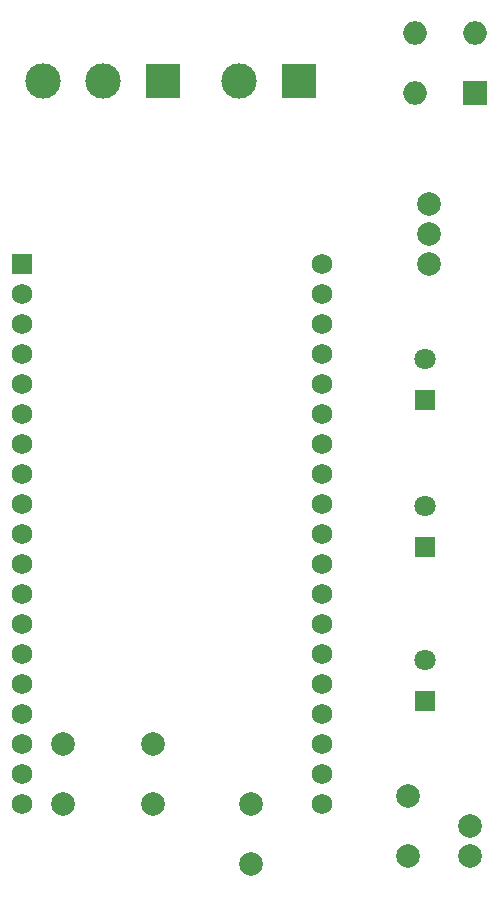
<source format=gbr>
%TF.GenerationSoftware,KiCad,Pcbnew,(6.0.4)*%
%TF.CreationDate,2022-05-06T13:14:28-03:00*%
%TF.ProjectId,kicad proyecto,6b696361-6420-4707-926f-796563746f2e,rev?*%
%TF.SameCoordinates,Original*%
%TF.FileFunction,Soldermask,Top*%
%TF.FilePolarity,Negative*%
%FSLAX46Y46*%
G04 Gerber Fmt 4.6, Leading zero omitted, Abs format (unit mm)*
G04 Created by KiCad (PCBNEW (6.0.4)) date 2022-05-06 13:14:28*
%MOMM*%
%LPD*%
G01*
G04 APERTURE LIST*
%ADD10R,1.800000X1.800000*%
%ADD11C,1.800000*%
%ADD12C,2.000000*%
%ADD13C,1.998980*%
%ADD14R,3.000000X3.000000*%
%ADD15C,3.000000*%
%ADD16R,1.750000X1.750000*%
%ADD17C,1.750000*%
%ADD18R,2.000000X2.000000*%
%ADD19O,2.000000X2.000000*%
G04 APERTURE END LIST*
D10*
%TO.C,C2*%
X138197428Y-124467000D03*
D11*
X138197428Y-120967000D03*
%TD*%
D12*
%TO.C,U1*%
X138578428Y-100492000D03*
X138578428Y-97952000D03*
X138578428Y-95412000D03*
%TD*%
D13*
%TO.C,R2*%
X107590428Y-141132000D03*
X107590428Y-146212000D03*
%TD*%
D10*
%TO.C,C1*%
X138197428Y-137548000D03*
D11*
X138197428Y-134048000D03*
%TD*%
D14*
%TO.C,Medior_de_corriente_entrada1*%
X116000000Y-85000000D03*
D15*
X110920000Y-85000000D03*
X105840000Y-85000000D03*
%TD*%
D13*
%TO.C,R3*%
X136800428Y-145577000D03*
X136800428Y-150657000D03*
%TD*%
D10*
%TO.C,C3*%
X138197428Y-112021000D03*
D11*
X138197428Y-108521000D03*
%TD*%
D13*
%TO.C,R4*%
X115210428Y-146212000D03*
X115210428Y-141132000D03*
%TD*%
D16*
%TO.C,Micro_controlador1*%
X104110000Y-100544000D03*
D17*
X104110000Y-103084000D03*
X104110000Y-105624000D03*
X104110000Y-108164000D03*
X104110000Y-110704000D03*
X104110000Y-113244000D03*
X104110000Y-115784000D03*
X104110000Y-118324000D03*
X104110000Y-120864000D03*
X104110000Y-123404000D03*
X104110000Y-125944000D03*
X104110000Y-128484000D03*
X104110000Y-131024000D03*
X104110000Y-133564000D03*
X104110000Y-136104000D03*
X104110000Y-138644000D03*
X104110000Y-141184000D03*
X104110000Y-143724000D03*
X104110000Y-146264000D03*
X129510000Y-100544000D03*
X129510000Y-103084000D03*
X129510000Y-105624000D03*
X129510000Y-108164000D03*
X129510000Y-110704000D03*
X129510000Y-113244000D03*
X129510000Y-115784000D03*
X129510000Y-118324000D03*
X129510000Y-120864000D03*
X129510000Y-123404000D03*
X129510000Y-125944000D03*
X129510000Y-128484000D03*
X129510000Y-131024000D03*
X129510000Y-133564000D03*
X129510000Y-136104000D03*
X129510000Y-138644000D03*
X129510000Y-141184000D03*
X129510000Y-143724000D03*
X129510000Y-146264000D03*
%TD*%
D14*
%TO.C,12v_alterna1*%
X127540000Y-85000000D03*
D15*
X122460000Y-85000000D03*
%TD*%
D13*
%TO.C,R1*%
X123491000Y-146212000D03*
X123491000Y-151292000D03*
%TD*%
D18*
%TO.C,Puente_de_diodos1*%
X142464000Y-86014000D03*
D19*
X142464000Y-80934000D03*
X137384000Y-80934000D03*
X137384000Y-86014000D03*
%TD*%
D13*
%TO.C,D5*%
X142007428Y-148117000D03*
X142007428Y-150657000D03*
%TD*%
M02*

</source>
